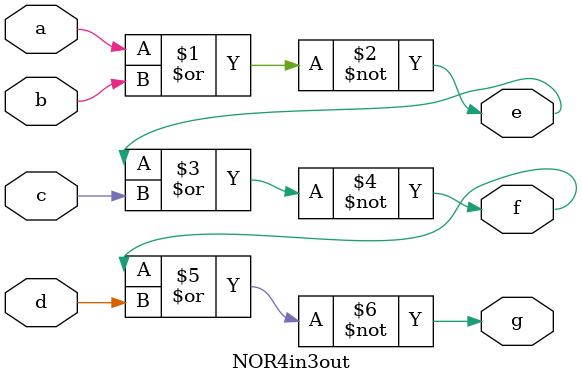
<source format=v>
`timescale 1ns / 1ps


module NOR4in3out(
input a, b, c, d,
output e, f, g

    );
    
    
    assign e = ~(a|b), f = ~(e|c), g = ~(f|d);
    
endmodule

</source>
